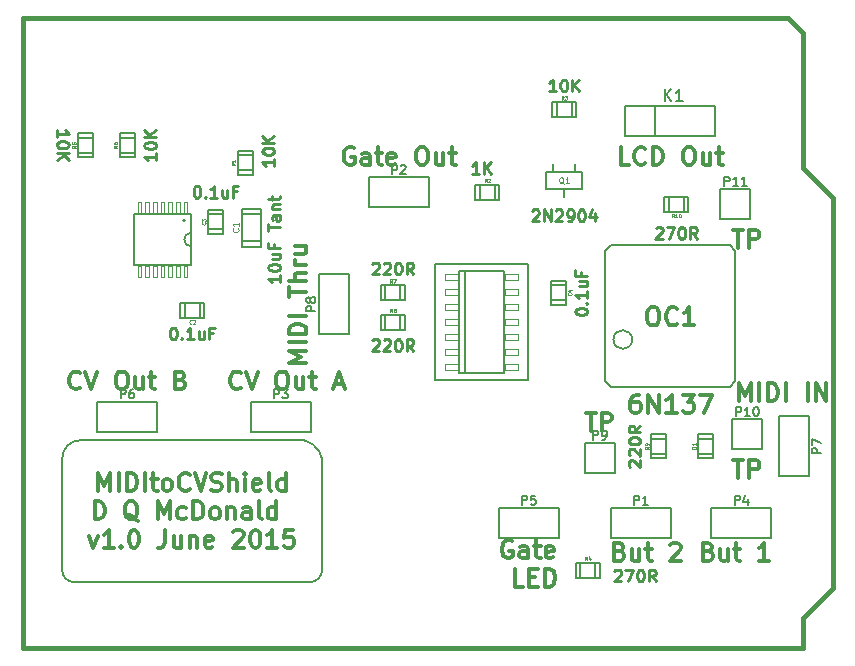
<source format=gto>
%FSLAX34Y34*%
G04 Gerber Fmt 3.4, Leading zero omitted, Abs format*
G04 (created by PCBNEW (2014-02-26 BZR 4721)-product) date Wednesday, 03 June 2015 14:52:33*
%MOIN*%
G01*
G70*
G90*
G04 APERTURE LIST*
%ADD10C,0.005906*%
%ADD11C,0.007874*%
%ADD12C,0.011811*%
%ADD13C,0.009843*%
%ADD14C,0.005000*%
%ADD15C,0.006000*%
%ADD16C,0.015000*%
%ADD17C,0.002600*%
%ADD18C,0.007800*%
%ADD19C,0.008000*%
%ADD20C,0.004700*%
%ADD21C,0.002400*%
%ADD22C,0.012000*%
%ADD23C,0.003900*%
G04 APERTURE END LIST*
G54D10*
G54D11*
X32283Y-47244D02*
X32283Y-43503D01*
X40551Y-47637D02*
X32677Y-47637D01*
X40944Y-43897D02*
X40944Y-47244D01*
X32874Y-42913D02*
X40354Y-42913D01*
X32283Y-47244D02*
G75*
G03X32677Y-47637I393J0D01*
G74*
G01*
X40551Y-47637D02*
G75*
G03X40944Y-47244I0J393D01*
G74*
G01*
X40944Y-43897D02*
G75*
G03X40354Y-42913I-787J196D01*
G74*
G01*
X32874Y-42913D02*
G75*
G03X32283Y-43503I0J-590D01*
G74*
G01*
G54D12*
X33492Y-44597D02*
X33492Y-44007D01*
X33689Y-44429D01*
X33886Y-44007D01*
X33886Y-44597D01*
X34167Y-44597D02*
X34167Y-44007D01*
X34448Y-44597D02*
X34448Y-44007D01*
X34589Y-44007D01*
X34673Y-44035D01*
X34730Y-44091D01*
X34758Y-44147D01*
X34786Y-44260D01*
X34786Y-44344D01*
X34758Y-44457D01*
X34730Y-44513D01*
X34673Y-44569D01*
X34589Y-44597D01*
X34448Y-44597D01*
X35039Y-44597D02*
X35039Y-44007D01*
X35236Y-44204D02*
X35461Y-44204D01*
X35320Y-44007D02*
X35320Y-44513D01*
X35348Y-44569D01*
X35404Y-44597D01*
X35461Y-44597D01*
X35742Y-44597D02*
X35686Y-44569D01*
X35658Y-44541D01*
X35629Y-44485D01*
X35629Y-44316D01*
X35658Y-44260D01*
X35686Y-44232D01*
X35742Y-44204D01*
X35826Y-44204D01*
X35883Y-44232D01*
X35911Y-44260D01*
X35939Y-44316D01*
X35939Y-44485D01*
X35911Y-44541D01*
X35883Y-44569D01*
X35826Y-44597D01*
X35742Y-44597D01*
X36529Y-44541D02*
X36501Y-44569D01*
X36417Y-44597D01*
X36361Y-44597D01*
X36276Y-44569D01*
X36220Y-44513D01*
X36192Y-44457D01*
X36164Y-44344D01*
X36164Y-44260D01*
X36192Y-44147D01*
X36220Y-44091D01*
X36276Y-44035D01*
X36361Y-44007D01*
X36417Y-44007D01*
X36501Y-44035D01*
X36529Y-44063D01*
X36698Y-44007D02*
X36895Y-44597D01*
X37092Y-44007D01*
X37260Y-44569D02*
X37345Y-44597D01*
X37485Y-44597D01*
X37542Y-44569D01*
X37570Y-44541D01*
X37598Y-44485D01*
X37598Y-44429D01*
X37570Y-44372D01*
X37542Y-44344D01*
X37485Y-44316D01*
X37373Y-44288D01*
X37317Y-44260D01*
X37289Y-44232D01*
X37260Y-44176D01*
X37260Y-44119D01*
X37289Y-44063D01*
X37317Y-44035D01*
X37373Y-44007D01*
X37514Y-44007D01*
X37598Y-44035D01*
X37851Y-44597D02*
X37851Y-44007D01*
X38104Y-44597D02*
X38104Y-44288D01*
X38076Y-44232D01*
X38020Y-44204D01*
X37935Y-44204D01*
X37879Y-44232D01*
X37851Y-44260D01*
X38385Y-44597D02*
X38385Y-44204D01*
X38385Y-44007D02*
X38357Y-44035D01*
X38385Y-44063D01*
X38413Y-44035D01*
X38385Y-44007D01*
X38385Y-44063D01*
X38892Y-44569D02*
X38835Y-44597D01*
X38723Y-44597D01*
X38667Y-44569D01*
X38638Y-44513D01*
X38638Y-44288D01*
X38667Y-44232D01*
X38723Y-44204D01*
X38835Y-44204D01*
X38892Y-44232D01*
X38920Y-44288D01*
X38920Y-44344D01*
X38638Y-44401D01*
X39257Y-44597D02*
X39201Y-44569D01*
X39173Y-44513D01*
X39173Y-44007D01*
X39735Y-44597D02*
X39735Y-44007D01*
X39735Y-44569D02*
X39679Y-44597D01*
X39566Y-44597D01*
X39510Y-44569D01*
X39482Y-44541D01*
X39454Y-44485D01*
X39454Y-44316D01*
X39482Y-44260D01*
X39510Y-44232D01*
X39566Y-44204D01*
X39679Y-44204D01*
X39735Y-44232D01*
X33366Y-45542D02*
X33366Y-44952D01*
X33506Y-44952D01*
X33591Y-44980D01*
X33647Y-45036D01*
X33675Y-45092D01*
X33703Y-45205D01*
X33703Y-45289D01*
X33675Y-45402D01*
X33647Y-45458D01*
X33591Y-45514D01*
X33506Y-45542D01*
X33366Y-45542D01*
X34800Y-45598D02*
X34744Y-45570D01*
X34687Y-45514D01*
X34603Y-45430D01*
X34547Y-45402D01*
X34491Y-45402D01*
X34519Y-45542D02*
X34462Y-45514D01*
X34406Y-45458D01*
X34378Y-45345D01*
X34378Y-45149D01*
X34406Y-45036D01*
X34462Y-44980D01*
X34519Y-44952D01*
X34631Y-44952D01*
X34687Y-44980D01*
X34744Y-45036D01*
X34772Y-45149D01*
X34772Y-45345D01*
X34744Y-45458D01*
X34687Y-45514D01*
X34631Y-45542D01*
X34519Y-45542D01*
X35475Y-45542D02*
X35475Y-44952D01*
X35672Y-45374D01*
X35868Y-44952D01*
X35868Y-45542D01*
X36403Y-45514D02*
X36347Y-45542D01*
X36234Y-45542D01*
X36178Y-45514D01*
X36150Y-45486D01*
X36122Y-45430D01*
X36122Y-45261D01*
X36150Y-45205D01*
X36178Y-45177D01*
X36234Y-45149D01*
X36347Y-45149D01*
X36403Y-45177D01*
X36656Y-45542D02*
X36656Y-44952D01*
X36796Y-44952D01*
X36881Y-44980D01*
X36937Y-45036D01*
X36965Y-45092D01*
X36993Y-45205D01*
X36993Y-45289D01*
X36965Y-45402D01*
X36937Y-45458D01*
X36881Y-45514D01*
X36796Y-45542D01*
X36656Y-45542D01*
X37331Y-45542D02*
X37275Y-45514D01*
X37246Y-45486D01*
X37218Y-45430D01*
X37218Y-45261D01*
X37246Y-45205D01*
X37275Y-45177D01*
X37331Y-45149D01*
X37415Y-45149D01*
X37471Y-45177D01*
X37500Y-45205D01*
X37528Y-45261D01*
X37528Y-45430D01*
X37500Y-45486D01*
X37471Y-45514D01*
X37415Y-45542D01*
X37331Y-45542D01*
X37781Y-45149D02*
X37781Y-45542D01*
X37781Y-45205D02*
X37809Y-45177D01*
X37865Y-45149D01*
X37949Y-45149D01*
X38006Y-45177D01*
X38034Y-45233D01*
X38034Y-45542D01*
X38568Y-45542D02*
X38568Y-45233D01*
X38540Y-45177D01*
X38484Y-45149D01*
X38371Y-45149D01*
X38315Y-45177D01*
X38568Y-45514D02*
X38512Y-45542D01*
X38371Y-45542D01*
X38315Y-45514D01*
X38287Y-45458D01*
X38287Y-45402D01*
X38315Y-45345D01*
X38371Y-45317D01*
X38512Y-45317D01*
X38568Y-45289D01*
X38934Y-45542D02*
X38877Y-45514D01*
X38849Y-45458D01*
X38849Y-44952D01*
X39412Y-45542D02*
X39412Y-44952D01*
X39412Y-45514D02*
X39356Y-45542D01*
X39243Y-45542D01*
X39187Y-45514D01*
X39159Y-45486D01*
X39131Y-45430D01*
X39131Y-45261D01*
X39159Y-45205D01*
X39187Y-45177D01*
X39243Y-45149D01*
X39356Y-45149D01*
X39412Y-45177D01*
X33183Y-46093D02*
X33323Y-46487D01*
X33464Y-46093D01*
X33998Y-46487D02*
X33661Y-46487D01*
X33830Y-46487D02*
X33830Y-45897D01*
X33773Y-45981D01*
X33717Y-46037D01*
X33661Y-46065D01*
X34251Y-46431D02*
X34280Y-46459D01*
X34251Y-46487D01*
X34223Y-46459D01*
X34251Y-46431D01*
X34251Y-46487D01*
X34645Y-45897D02*
X34701Y-45897D01*
X34758Y-45925D01*
X34786Y-45953D01*
X34814Y-46009D01*
X34842Y-46122D01*
X34842Y-46262D01*
X34814Y-46375D01*
X34786Y-46431D01*
X34758Y-46459D01*
X34701Y-46487D01*
X34645Y-46487D01*
X34589Y-46459D01*
X34561Y-46431D01*
X34533Y-46375D01*
X34505Y-46262D01*
X34505Y-46122D01*
X34533Y-46009D01*
X34561Y-45953D01*
X34589Y-45925D01*
X34645Y-45897D01*
X35714Y-45897D02*
X35714Y-46318D01*
X35686Y-46403D01*
X35629Y-46459D01*
X35545Y-46487D01*
X35489Y-46487D01*
X36248Y-46093D02*
X36248Y-46487D01*
X35995Y-46093D02*
X35995Y-46403D01*
X36023Y-46459D01*
X36079Y-46487D01*
X36164Y-46487D01*
X36220Y-46459D01*
X36248Y-46431D01*
X36529Y-46093D02*
X36529Y-46487D01*
X36529Y-46150D02*
X36557Y-46122D01*
X36614Y-46093D01*
X36698Y-46093D01*
X36754Y-46122D01*
X36782Y-46178D01*
X36782Y-46487D01*
X37289Y-46459D02*
X37232Y-46487D01*
X37120Y-46487D01*
X37064Y-46459D01*
X37035Y-46403D01*
X37035Y-46178D01*
X37064Y-46122D01*
X37120Y-46093D01*
X37232Y-46093D01*
X37289Y-46122D01*
X37317Y-46178D01*
X37317Y-46234D01*
X37035Y-46290D01*
X37992Y-45953D02*
X38020Y-45925D01*
X38076Y-45897D01*
X38217Y-45897D01*
X38273Y-45925D01*
X38301Y-45953D01*
X38329Y-46009D01*
X38329Y-46065D01*
X38301Y-46150D01*
X37964Y-46487D01*
X38329Y-46487D01*
X38695Y-45897D02*
X38751Y-45897D01*
X38807Y-45925D01*
X38835Y-45953D01*
X38863Y-46009D01*
X38892Y-46122D01*
X38892Y-46262D01*
X38863Y-46375D01*
X38835Y-46431D01*
X38807Y-46459D01*
X38751Y-46487D01*
X38695Y-46487D01*
X38638Y-46459D01*
X38610Y-46431D01*
X38582Y-46375D01*
X38554Y-46262D01*
X38554Y-46122D01*
X38582Y-46009D01*
X38610Y-45953D01*
X38638Y-45925D01*
X38695Y-45897D01*
X39454Y-46487D02*
X39116Y-46487D01*
X39285Y-46487D02*
X39285Y-45897D01*
X39229Y-45981D01*
X39173Y-46037D01*
X39116Y-46065D01*
X39988Y-45897D02*
X39707Y-45897D01*
X39679Y-46178D01*
X39707Y-46150D01*
X39763Y-46122D01*
X39904Y-46122D01*
X39960Y-46150D01*
X39988Y-46178D01*
X40016Y-46234D01*
X40016Y-46375D01*
X39988Y-46431D01*
X39960Y-46459D01*
X39904Y-46487D01*
X39763Y-46487D01*
X39707Y-46459D01*
X39679Y-46431D01*
G54D13*
X35967Y-39154D02*
X36004Y-39154D01*
X36042Y-39173D01*
X36061Y-39191D01*
X36079Y-39229D01*
X36098Y-39304D01*
X36098Y-39398D01*
X36079Y-39473D01*
X36061Y-39510D01*
X36042Y-39529D01*
X36004Y-39548D01*
X35967Y-39548D01*
X35929Y-39529D01*
X35911Y-39510D01*
X35892Y-39473D01*
X35873Y-39398D01*
X35873Y-39304D01*
X35892Y-39229D01*
X35911Y-39191D01*
X35929Y-39173D01*
X35967Y-39154D01*
X36267Y-39510D02*
X36286Y-39529D01*
X36267Y-39548D01*
X36248Y-39529D01*
X36267Y-39510D01*
X36267Y-39548D01*
X36661Y-39548D02*
X36436Y-39548D01*
X36548Y-39548D02*
X36548Y-39154D01*
X36511Y-39210D01*
X36473Y-39248D01*
X36436Y-39266D01*
X36998Y-39285D02*
X36998Y-39548D01*
X36829Y-39285D02*
X36829Y-39491D01*
X36848Y-39529D01*
X36886Y-39548D01*
X36942Y-39548D01*
X36979Y-39529D01*
X36998Y-39510D01*
X37317Y-39341D02*
X37185Y-39341D01*
X37185Y-39548D02*
X37185Y-39154D01*
X37373Y-39154D01*
X50693Y-47262D02*
X50712Y-47244D01*
X50749Y-47225D01*
X50843Y-47225D01*
X50881Y-47244D01*
X50899Y-47262D01*
X50918Y-47300D01*
X50918Y-47337D01*
X50899Y-47394D01*
X50674Y-47619D01*
X50918Y-47619D01*
X51049Y-47225D02*
X51312Y-47225D01*
X51143Y-47619D01*
X51537Y-47225D02*
X51574Y-47225D01*
X51612Y-47244D01*
X51631Y-47262D01*
X51649Y-47300D01*
X51668Y-47375D01*
X51668Y-47469D01*
X51649Y-47544D01*
X51631Y-47581D01*
X51612Y-47600D01*
X51574Y-47619D01*
X51537Y-47619D01*
X51499Y-47600D01*
X51481Y-47581D01*
X51462Y-47544D01*
X51443Y-47469D01*
X51443Y-47375D01*
X51462Y-47300D01*
X51481Y-47262D01*
X51499Y-47244D01*
X51537Y-47225D01*
X52062Y-47619D02*
X51931Y-47431D01*
X51837Y-47619D02*
X51837Y-47225D01*
X51987Y-47225D01*
X52024Y-47244D01*
X52043Y-47262D01*
X52062Y-47300D01*
X52062Y-47356D01*
X52043Y-47394D01*
X52024Y-47412D01*
X51987Y-47431D01*
X51837Y-47431D01*
X51199Y-43794D02*
X51181Y-43775D01*
X51162Y-43738D01*
X51162Y-43644D01*
X51181Y-43607D01*
X51199Y-43588D01*
X51237Y-43569D01*
X51274Y-43569D01*
X51331Y-43588D01*
X51556Y-43813D01*
X51556Y-43569D01*
X51199Y-43419D02*
X51181Y-43400D01*
X51162Y-43363D01*
X51162Y-43269D01*
X51181Y-43232D01*
X51199Y-43213D01*
X51237Y-43194D01*
X51274Y-43194D01*
X51331Y-43213D01*
X51556Y-43438D01*
X51556Y-43194D01*
X51162Y-42950D02*
X51162Y-42913D01*
X51181Y-42875D01*
X51199Y-42857D01*
X51237Y-42838D01*
X51312Y-42819D01*
X51406Y-42819D01*
X51481Y-42838D01*
X51518Y-42857D01*
X51537Y-42875D01*
X51556Y-42913D01*
X51556Y-42950D01*
X51537Y-42988D01*
X51518Y-43007D01*
X51481Y-43025D01*
X51406Y-43044D01*
X51312Y-43044D01*
X51237Y-43025D01*
X51199Y-43007D01*
X51181Y-42988D01*
X51162Y-42950D01*
X51556Y-42425D02*
X51368Y-42557D01*
X51556Y-42650D02*
X51162Y-42650D01*
X51162Y-42500D01*
X51181Y-42463D01*
X51199Y-42444D01*
X51237Y-42425D01*
X51293Y-42425D01*
X51331Y-42444D01*
X51349Y-42463D01*
X51368Y-42500D01*
X51368Y-42650D01*
X47947Y-35254D02*
X47965Y-35236D01*
X48003Y-35217D01*
X48097Y-35217D01*
X48134Y-35236D01*
X48153Y-35254D01*
X48172Y-35292D01*
X48172Y-35329D01*
X48153Y-35386D01*
X47928Y-35611D01*
X48172Y-35611D01*
X48340Y-35611D02*
X48340Y-35217D01*
X48565Y-35611D01*
X48565Y-35217D01*
X48734Y-35254D02*
X48753Y-35236D01*
X48790Y-35217D01*
X48884Y-35217D01*
X48922Y-35236D01*
X48940Y-35254D01*
X48959Y-35292D01*
X48959Y-35329D01*
X48940Y-35386D01*
X48715Y-35611D01*
X48959Y-35611D01*
X49146Y-35611D02*
X49221Y-35611D01*
X49259Y-35592D01*
X49278Y-35573D01*
X49315Y-35517D01*
X49334Y-35442D01*
X49334Y-35292D01*
X49315Y-35254D01*
X49296Y-35236D01*
X49259Y-35217D01*
X49184Y-35217D01*
X49146Y-35236D01*
X49128Y-35254D01*
X49109Y-35292D01*
X49109Y-35386D01*
X49128Y-35423D01*
X49146Y-35442D01*
X49184Y-35461D01*
X49259Y-35461D01*
X49296Y-35442D01*
X49315Y-35423D01*
X49334Y-35386D01*
X49578Y-35217D02*
X49615Y-35217D01*
X49653Y-35236D01*
X49671Y-35254D01*
X49690Y-35292D01*
X49709Y-35367D01*
X49709Y-35461D01*
X49690Y-35536D01*
X49671Y-35573D01*
X49653Y-35592D01*
X49615Y-35611D01*
X49578Y-35611D01*
X49540Y-35592D01*
X49521Y-35573D01*
X49503Y-35536D01*
X49484Y-35461D01*
X49484Y-35367D01*
X49503Y-35292D01*
X49521Y-35254D01*
X49540Y-35236D01*
X49578Y-35217D01*
X50046Y-35348D02*
X50046Y-35611D01*
X49953Y-35198D02*
X49859Y-35479D01*
X50103Y-35479D01*
X52071Y-35845D02*
X52090Y-35826D01*
X52127Y-35808D01*
X52221Y-35808D01*
X52259Y-35826D01*
X52277Y-35845D01*
X52296Y-35883D01*
X52296Y-35920D01*
X52277Y-35976D01*
X52052Y-36201D01*
X52296Y-36201D01*
X52427Y-35808D02*
X52690Y-35808D01*
X52521Y-36201D01*
X52915Y-35808D02*
X52952Y-35808D01*
X52990Y-35826D01*
X53008Y-35845D01*
X53027Y-35883D01*
X53046Y-35958D01*
X53046Y-36051D01*
X53027Y-36126D01*
X53008Y-36164D01*
X52990Y-36182D01*
X52952Y-36201D01*
X52915Y-36201D01*
X52877Y-36182D01*
X52859Y-36164D01*
X52840Y-36126D01*
X52821Y-36051D01*
X52821Y-35958D01*
X52840Y-35883D01*
X52859Y-35845D01*
X52877Y-35826D01*
X52915Y-35808D01*
X53440Y-36201D02*
X53308Y-36014D01*
X53215Y-36201D02*
X53215Y-35808D01*
X53365Y-35808D01*
X53402Y-35826D01*
X53421Y-35845D01*
X53440Y-35883D01*
X53440Y-35939D01*
X53421Y-35976D01*
X53402Y-35995D01*
X53365Y-36014D01*
X53215Y-36014D01*
X49390Y-38638D02*
X49390Y-38601D01*
X49409Y-38563D01*
X49428Y-38545D01*
X49465Y-38526D01*
X49540Y-38507D01*
X49634Y-38507D01*
X49709Y-38526D01*
X49746Y-38545D01*
X49765Y-38563D01*
X49784Y-38601D01*
X49784Y-38638D01*
X49765Y-38676D01*
X49746Y-38695D01*
X49709Y-38713D01*
X49634Y-38732D01*
X49540Y-38732D01*
X49465Y-38713D01*
X49428Y-38695D01*
X49409Y-38676D01*
X49390Y-38638D01*
X49746Y-38338D02*
X49765Y-38320D01*
X49784Y-38338D01*
X49765Y-38357D01*
X49746Y-38338D01*
X49784Y-38338D01*
X49784Y-37945D02*
X49784Y-38170D01*
X49784Y-38057D02*
X49390Y-38057D01*
X49446Y-38095D01*
X49484Y-38132D01*
X49503Y-38170D01*
X49521Y-37607D02*
X49784Y-37607D01*
X49521Y-37776D02*
X49728Y-37776D01*
X49765Y-37757D01*
X49784Y-37720D01*
X49784Y-37664D01*
X49765Y-37626D01*
X49746Y-37607D01*
X49578Y-37289D02*
X49578Y-37420D01*
X49784Y-37420D02*
X49390Y-37420D01*
X49390Y-37232D01*
X42622Y-39585D02*
X42641Y-39566D01*
X42679Y-39548D01*
X42772Y-39548D01*
X42810Y-39566D01*
X42829Y-39585D01*
X42847Y-39623D01*
X42847Y-39660D01*
X42829Y-39716D01*
X42604Y-39941D01*
X42847Y-39941D01*
X42997Y-39585D02*
X43016Y-39566D01*
X43053Y-39548D01*
X43147Y-39548D01*
X43185Y-39566D01*
X43203Y-39585D01*
X43222Y-39623D01*
X43222Y-39660D01*
X43203Y-39716D01*
X42979Y-39941D01*
X43222Y-39941D01*
X43466Y-39548D02*
X43503Y-39548D01*
X43541Y-39566D01*
X43560Y-39585D01*
X43578Y-39623D01*
X43597Y-39698D01*
X43597Y-39791D01*
X43578Y-39866D01*
X43560Y-39904D01*
X43541Y-39923D01*
X43503Y-39941D01*
X43466Y-39941D01*
X43428Y-39923D01*
X43410Y-39904D01*
X43391Y-39866D01*
X43372Y-39791D01*
X43372Y-39698D01*
X43391Y-39623D01*
X43410Y-39585D01*
X43428Y-39566D01*
X43466Y-39548D01*
X43991Y-39941D02*
X43860Y-39754D01*
X43766Y-39941D02*
X43766Y-39548D01*
X43916Y-39548D01*
X43953Y-39566D01*
X43972Y-39585D01*
X43991Y-39623D01*
X43991Y-39679D01*
X43972Y-39716D01*
X43953Y-39735D01*
X43916Y-39754D01*
X43766Y-39754D01*
X42622Y-37026D02*
X42641Y-37007D01*
X42679Y-36989D01*
X42772Y-36989D01*
X42810Y-37007D01*
X42829Y-37026D01*
X42847Y-37064D01*
X42847Y-37101D01*
X42829Y-37157D01*
X42604Y-37382D01*
X42847Y-37382D01*
X42997Y-37026D02*
X43016Y-37007D01*
X43053Y-36989D01*
X43147Y-36989D01*
X43185Y-37007D01*
X43203Y-37026D01*
X43222Y-37064D01*
X43222Y-37101D01*
X43203Y-37157D01*
X42979Y-37382D01*
X43222Y-37382D01*
X43466Y-36989D02*
X43503Y-36989D01*
X43541Y-37007D01*
X43560Y-37026D01*
X43578Y-37064D01*
X43597Y-37139D01*
X43597Y-37232D01*
X43578Y-37307D01*
X43560Y-37345D01*
X43541Y-37364D01*
X43503Y-37382D01*
X43466Y-37382D01*
X43428Y-37364D01*
X43410Y-37345D01*
X43391Y-37307D01*
X43372Y-37232D01*
X43372Y-37139D01*
X43391Y-37064D01*
X43410Y-37026D01*
X43428Y-37007D01*
X43466Y-36989D01*
X43991Y-37382D02*
X43860Y-37195D01*
X43766Y-37382D02*
X43766Y-36989D01*
X43916Y-36989D01*
X43953Y-37007D01*
X43972Y-37026D01*
X43991Y-37064D01*
X43991Y-37120D01*
X43972Y-37157D01*
X43953Y-37176D01*
X43916Y-37195D01*
X43766Y-37195D01*
X32105Y-32799D02*
X32105Y-32574D01*
X32105Y-32686D02*
X32499Y-32686D01*
X32442Y-32649D01*
X32405Y-32611D01*
X32386Y-32574D01*
X32499Y-33042D02*
X32499Y-33080D01*
X32480Y-33117D01*
X32461Y-33136D01*
X32424Y-33155D01*
X32349Y-33173D01*
X32255Y-33173D01*
X32180Y-33155D01*
X32142Y-33136D01*
X32124Y-33117D01*
X32105Y-33080D01*
X32105Y-33042D01*
X32124Y-33005D01*
X32142Y-32986D01*
X32180Y-32967D01*
X32255Y-32949D01*
X32349Y-32949D01*
X32424Y-32967D01*
X32461Y-32986D01*
X32480Y-33005D01*
X32499Y-33042D01*
X32105Y-33342D02*
X32499Y-33342D01*
X32105Y-33567D02*
X32330Y-33398D01*
X32499Y-33567D02*
X32274Y-33342D01*
X35414Y-33342D02*
X35414Y-33567D01*
X35414Y-33455D02*
X35020Y-33455D01*
X35076Y-33492D01*
X35114Y-33530D01*
X35133Y-33567D01*
X35020Y-33098D02*
X35020Y-33061D01*
X35039Y-33023D01*
X35058Y-33005D01*
X35095Y-32986D01*
X35170Y-32967D01*
X35264Y-32967D01*
X35339Y-32986D01*
X35376Y-33005D01*
X35395Y-33023D01*
X35414Y-33061D01*
X35414Y-33098D01*
X35395Y-33136D01*
X35376Y-33155D01*
X35339Y-33173D01*
X35264Y-33192D01*
X35170Y-33192D01*
X35095Y-33173D01*
X35058Y-33155D01*
X35039Y-33136D01*
X35020Y-33098D01*
X35414Y-32799D02*
X35020Y-32799D01*
X35414Y-32574D02*
X35189Y-32742D01*
X35020Y-32574D02*
X35245Y-32799D01*
X36754Y-34430D02*
X36792Y-34430D01*
X36829Y-34448D01*
X36848Y-34467D01*
X36867Y-34505D01*
X36886Y-34580D01*
X36886Y-34673D01*
X36867Y-34748D01*
X36848Y-34786D01*
X36829Y-34805D01*
X36792Y-34823D01*
X36754Y-34823D01*
X36717Y-34805D01*
X36698Y-34786D01*
X36679Y-34748D01*
X36661Y-34673D01*
X36661Y-34580D01*
X36679Y-34505D01*
X36698Y-34467D01*
X36717Y-34448D01*
X36754Y-34430D01*
X37054Y-34786D02*
X37073Y-34805D01*
X37054Y-34823D01*
X37035Y-34805D01*
X37054Y-34786D01*
X37054Y-34823D01*
X37448Y-34823D02*
X37223Y-34823D01*
X37335Y-34823D02*
X37335Y-34430D01*
X37298Y-34486D01*
X37260Y-34523D01*
X37223Y-34542D01*
X37785Y-34561D02*
X37785Y-34823D01*
X37617Y-34561D02*
X37617Y-34767D01*
X37635Y-34805D01*
X37673Y-34823D01*
X37729Y-34823D01*
X37767Y-34805D01*
X37785Y-34786D01*
X38104Y-34617D02*
X37973Y-34617D01*
X37973Y-34823D02*
X37973Y-34430D01*
X38160Y-34430D01*
X39548Y-37410D02*
X39548Y-37635D01*
X39548Y-37523D02*
X39154Y-37523D01*
X39210Y-37560D01*
X39248Y-37598D01*
X39266Y-37635D01*
X39154Y-37167D02*
X39154Y-37129D01*
X39173Y-37092D01*
X39191Y-37073D01*
X39229Y-37054D01*
X39304Y-37035D01*
X39398Y-37035D01*
X39473Y-37054D01*
X39510Y-37073D01*
X39529Y-37092D01*
X39548Y-37129D01*
X39548Y-37167D01*
X39529Y-37204D01*
X39510Y-37223D01*
X39473Y-37242D01*
X39398Y-37260D01*
X39304Y-37260D01*
X39229Y-37242D01*
X39191Y-37223D01*
X39173Y-37204D01*
X39154Y-37167D01*
X39285Y-36698D02*
X39548Y-36698D01*
X39285Y-36867D02*
X39491Y-36867D01*
X39529Y-36848D01*
X39548Y-36811D01*
X39548Y-36754D01*
X39529Y-36717D01*
X39510Y-36698D01*
X39341Y-36379D02*
X39341Y-36511D01*
X39548Y-36511D02*
X39154Y-36511D01*
X39154Y-36323D01*
X39154Y-35929D02*
X39154Y-35704D01*
X39548Y-35817D02*
X39154Y-35817D01*
X39548Y-35404D02*
X39341Y-35404D01*
X39304Y-35423D01*
X39285Y-35461D01*
X39285Y-35536D01*
X39304Y-35573D01*
X39529Y-35404D02*
X39548Y-35442D01*
X39548Y-35536D01*
X39529Y-35573D01*
X39491Y-35592D01*
X39454Y-35592D01*
X39416Y-35573D01*
X39398Y-35536D01*
X39398Y-35442D01*
X39379Y-35404D01*
X39285Y-35217D02*
X39548Y-35217D01*
X39323Y-35217D02*
X39304Y-35198D01*
X39285Y-35161D01*
X39285Y-35104D01*
X39304Y-35067D01*
X39341Y-35048D01*
X39548Y-35048D01*
X39285Y-34917D02*
X39285Y-34767D01*
X39154Y-34861D02*
X39491Y-34861D01*
X39529Y-34842D01*
X39548Y-34805D01*
X39548Y-34767D01*
X39351Y-33539D02*
X39351Y-33764D01*
X39351Y-33652D02*
X38957Y-33652D01*
X39013Y-33689D01*
X39051Y-33727D01*
X39070Y-33764D01*
X38957Y-33295D02*
X38957Y-33258D01*
X38976Y-33220D01*
X38995Y-33202D01*
X39032Y-33183D01*
X39107Y-33164D01*
X39201Y-33164D01*
X39276Y-33183D01*
X39313Y-33202D01*
X39332Y-33220D01*
X39351Y-33258D01*
X39351Y-33295D01*
X39332Y-33333D01*
X39313Y-33352D01*
X39276Y-33370D01*
X39201Y-33389D01*
X39107Y-33389D01*
X39032Y-33370D01*
X38995Y-33352D01*
X38976Y-33333D01*
X38957Y-33295D01*
X39351Y-32995D02*
X38957Y-32995D01*
X39351Y-32770D02*
X39126Y-32939D01*
X38957Y-32770D02*
X39182Y-32995D01*
X46175Y-34036D02*
X45950Y-34036D01*
X46062Y-34036D02*
X46062Y-33642D01*
X46025Y-33698D01*
X45988Y-33736D01*
X45950Y-33755D01*
X46344Y-34036D02*
X46344Y-33642D01*
X46569Y-34036D02*
X46400Y-33811D01*
X46569Y-33642D02*
X46344Y-33867D01*
X48743Y-31280D02*
X48518Y-31280D01*
X48631Y-31280D02*
X48631Y-30886D01*
X48593Y-30943D01*
X48556Y-30980D01*
X48518Y-30999D01*
X48987Y-30886D02*
X49025Y-30886D01*
X49062Y-30905D01*
X49081Y-30924D01*
X49100Y-30961D01*
X49118Y-31036D01*
X49118Y-31130D01*
X49100Y-31205D01*
X49081Y-31242D01*
X49062Y-31261D01*
X49025Y-31280D01*
X48987Y-31280D01*
X48950Y-31261D01*
X48931Y-31242D01*
X48912Y-31205D01*
X48893Y-31130D01*
X48893Y-31036D01*
X48912Y-30961D01*
X48931Y-30924D01*
X48950Y-30905D01*
X48987Y-30886D01*
X49287Y-31280D02*
X49287Y-30886D01*
X49512Y-31280D02*
X49343Y-31055D01*
X49512Y-30886D02*
X49287Y-31111D01*
G54D12*
X47272Y-46279D02*
X47215Y-46251D01*
X47131Y-46251D01*
X47047Y-46279D01*
X46991Y-46335D01*
X46962Y-46392D01*
X46934Y-46504D01*
X46934Y-46588D01*
X46962Y-46701D01*
X46991Y-46757D01*
X47047Y-46813D01*
X47131Y-46841D01*
X47187Y-46841D01*
X47272Y-46813D01*
X47300Y-46785D01*
X47300Y-46588D01*
X47187Y-46588D01*
X47806Y-46841D02*
X47806Y-46532D01*
X47778Y-46476D01*
X47722Y-46448D01*
X47609Y-46448D01*
X47553Y-46476D01*
X47806Y-46813D02*
X47750Y-46841D01*
X47609Y-46841D01*
X47553Y-46813D01*
X47525Y-46757D01*
X47525Y-46701D01*
X47553Y-46645D01*
X47609Y-46616D01*
X47750Y-46616D01*
X47806Y-46588D01*
X48003Y-46448D02*
X48228Y-46448D01*
X48087Y-46251D02*
X48087Y-46757D01*
X48115Y-46813D01*
X48172Y-46841D01*
X48228Y-46841D01*
X48650Y-46813D02*
X48593Y-46841D01*
X48481Y-46841D01*
X48425Y-46813D01*
X48397Y-46757D01*
X48397Y-46532D01*
X48425Y-46476D01*
X48481Y-46448D01*
X48593Y-46448D01*
X48650Y-46476D01*
X48678Y-46532D01*
X48678Y-46588D01*
X48397Y-46645D01*
X47651Y-47786D02*
X47370Y-47786D01*
X47370Y-47196D01*
X47848Y-47477D02*
X48045Y-47477D01*
X48129Y-47786D02*
X47848Y-47786D01*
X47848Y-47196D01*
X48129Y-47196D01*
X48383Y-47786D02*
X48383Y-47196D01*
X48523Y-47196D01*
X48607Y-47224D01*
X48664Y-47280D01*
X48692Y-47336D01*
X48720Y-47449D01*
X48720Y-47533D01*
X48692Y-47646D01*
X48664Y-47702D01*
X48607Y-47758D01*
X48523Y-47786D01*
X48383Y-47786D01*
X50871Y-46611D02*
X50956Y-46639D01*
X50984Y-46667D01*
X51012Y-46723D01*
X51012Y-46808D01*
X50984Y-46864D01*
X50956Y-46892D01*
X50899Y-46920D01*
X50674Y-46920D01*
X50674Y-46330D01*
X50871Y-46330D01*
X50928Y-46358D01*
X50956Y-46386D01*
X50984Y-46442D01*
X50984Y-46498D01*
X50956Y-46555D01*
X50928Y-46583D01*
X50871Y-46611D01*
X50674Y-46611D01*
X51518Y-46526D02*
X51518Y-46920D01*
X51265Y-46526D02*
X51265Y-46836D01*
X51293Y-46892D01*
X51349Y-46920D01*
X51434Y-46920D01*
X51490Y-46892D01*
X51518Y-46864D01*
X51715Y-46526D02*
X51940Y-46526D01*
X51799Y-46330D02*
X51799Y-46836D01*
X51827Y-46892D01*
X51884Y-46920D01*
X51940Y-46920D01*
X52559Y-46386D02*
X52587Y-46358D01*
X52643Y-46330D01*
X52784Y-46330D01*
X52840Y-46358D01*
X52868Y-46386D01*
X52896Y-46442D01*
X52896Y-46498D01*
X52868Y-46583D01*
X52530Y-46920D01*
X52896Y-46920D01*
X53824Y-46611D02*
X53908Y-46639D01*
X53937Y-46667D01*
X53965Y-46723D01*
X53965Y-46808D01*
X53937Y-46864D01*
X53908Y-46892D01*
X53852Y-46920D01*
X53627Y-46920D01*
X53627Y-46330D01*
X53824Y-46330D01*
X53880Y-46358D01*
X53908Y-46386D01*
X53937Y-46442D01*
X53937Y-46498D01*
X53908Y-46555D01*
X53880Y-46583D01*
X53824Y-46611D01*
X53627Y-46611D01*
X54471Y-46526D02*
X54471Y-46920D01*
X54218Y-46526D02*
X54218Y-46836D01*
X54246Y-46892D01*
X54302Y-46920D01*
X54386Y-46920D01*
X54443Y-46892D01*
X54471Y-46864D01*
X54668Y-46526D02*
X54893Y-46526D01*
X54752Y-46330D02*
X54752Y-46836D01*
X54780Y-46892D01*
X54836Y-46920D01*
X54893Y-46920D01*
X55849Y-46920D02*
X55511Y-46920D01*
X55680Y-46920D02*
X55680Y-46330D01*
X55624Y-46414D01*
X55568Y-46470D01*
X55511Y-46498D01*
X49732Y-41999D02*
X50070Y-41999D01*
X49901Y-42589D02*
X49901Y-41999D01*
X50267Y-42589D02*
X50267Y-41999D01*
X50492Y-41999D01*
X50548Y-42027D01*
X50576Y-42055D01*
X50604Y-42111D01*
X50604Y-42196D01*
X50576Y-42252D01*
X50548Y-42280D01*
X50492Y-42308D01*
X50267Y-42308D01*
X54654Y-43574D02*
X54991Y-43574D01*
X54822Y-44164D02*
X54822Y-43574D01*
X55188Y-44164D02*
X55188Y-43574D01*
X55413Y-43574D01*
X55469Y-43602D01*
X55497Y-43630D01*
X55525Y-43686D01*
X55525Y-43771D01*
X55497Y-43827D01*
X55469Y-43855D01*
X55413Y-43883D01*
X55188Y-43883D01*
X54654Y-35897D02*
X54991Y-35897D01*
X54822Y-36487D02*
X54822Y-35897D01*
X55188Y-36487D02*
X55188Y-35897D01*
X55413Y-35897D01*
X55469Y-35925D01*
X55497Y-35953D01*
X55525Y-36009D01*
X55525Y-36093D01*
X55497Y-36150D01*
X55469Y-36178D01*
X55413Y-36206D01*
X55188Y-36206D01*
X40424Y-40326D02*
X39834Y-40326D01*
X40255Y-40129D01*
X39834Y-39932D01*
X40424Y-39932D01*
X40424Y-39651D02*
X39834Y-39651D01*
X40424Y-39370D02*
X39834Y-39370D01*
X39834Y-39229D01*
X39862Y-39145D01*
X39918Y-39088D01*
X39974Y-39060D01*
X40087Y-39032D01*
X40171Y-39032D01*
X40284Y-39060D01*
X40340Y-39088D01*
X40396Y-39145D01*
X40424Y-39229D01*
X40424Y-39370D01*
X40424Y-38779D02*
X39834Y-38779D01*
X39834Y-38132D02*
X39834Y-37795D01*
X40424Y-37964D02*
X39834Y-37964D01*
X40424Y-37598D02*
X39834Y-37598D01*
X40424Y-37345D02*
X40115Y-37345D01*
X40059Y-37373D01*
X40030Y-37429D01*
X40030Y-37514D01*
X40059Y-37570D01*
X40087Y-37598D01*
X40424Y-37064D02*
X40030Y-37064D01*
X40143Y-37064D02*
X40087Y-37035D01*
X40059Y-37007D01*
X40030Y-36951D01*
X40030Y-36895D01*
X40030Y-36445D02*
X40424Y-36445D01*
X40030Y-36698D02*
X40340Y-36698D01*
X40396Y-36670D01*
X40424Y-36614D01*
X40424Y-36529D01*
X40396Y-36473D01*
X40368Y-36445D01*
X54850Y-41605D02*
X54850Y-41015D01*
X55047Y-41437D01*
X55244Y-41015D01*
X55244Y-41605D01*
X55525Y-41605D02*
X55525Y-41015D01*
X55807Y-41605D02*
X55807Y-41015D01*
X55947Y-41015D01*
X56032Y-41043D01*
X56088Y-41099D01*
X56116Y-41155D01*
X56144Y-41268D01*
X56144Y-41352D01*
X56116Y-41465D01*
X56088Y-41521D01*
X56032Y-41577D01*
X55947Y-41605D01*
X55807Y-41605D01*
X56397Y-41605D02*
X56397Y-41015D01*
X57128Y-41605D02*
X57128Y-41015D01*
X57410Y-41605D02*
X57410Y-41015D01*
X57747Y-41605D01*
X57747Y-41015D01*
X41999Y-33169D02*
X41943Y-33141D01*
X41858Y-33141D01*
X41774Y-33169D01*
X41718Y-33225D01*
X41690Y-33281D01*
X41661Y-33394D01*
X41661Y-33478D01*
X41690Y-33591D01*
X41718Y-33647D01*
X41774Y-33703D01*
X41858Y-33731D01*
X41915Y-33731D01*
X41999Y-33703D01*
X42027Y-33675D01*
X42027Y-33478D01*
X41915Y-33478D01*
X42533Y-33731D02*
X42533Y-33422D01*
X42505Y-33366D01*
X42449Y-33338D01*
X42336Y-33338D01*
X42280Y-33366D01*
X42533Y-33703D02*
X42477Y-33731D01*
X42336Y-33731D01*
X42280Y-33703D01*
X42252Y-33647D01*
X42252Y-33591D01*
X42280Y-33534D01*
X42336Y-33506D01*
X42477Y-33506D01*
X42533Y-33478D01*
X42730Y-33338D02*
X42955Y-33338D01*
X42814Y-33141D02*
X42814Y-33647D01*
X42843Y-33703D01*
X42899Y-33731D01*
X42955Y-33731D01*
X43377Y-33703D02*
X43321Y-33731D01*
X43208Y-33731D01*
X43152Y-33703D01*
X43124Y-33647D01*
X43124Y-33422D01*
X43152Y-33366D01*
X43208Y-33338D01*
X43321Y-33338D01*
X43377Y-33366D01*
X43405Y-33422D01*
X43405Y-33478D01*
X43124Y-33534D01*
X44221Y-33141D02*
X44333Y-33141D01*
X44389Y-33169D01*
X44446Y-33225D01*
X44474Y-33338D01*
X44474Y-33534D01*
X44446Y-33647D01*
X44389Y-33703D01*
X44333Y-33731D01*
X44221Y-33731D01*
X44164Y-33703D01*
X44108Y-33647D01*
X44080Y-33534D01*
X44080Y-33338D01*
X44108Y-33225D01*
X44164Y-33169D01*
X44221Y-33141D01*
X44980Y-33338D02*
X44980Y-33731D01*
X44727Y-33338D02*
X44727Y-33647D01*
X44755Y-33703D01*
X44811Y-33731D01*
X44895Y-33731D01*
X44952Y-33703D01*
X44980Y-33675D01*
X45177Y-33338D02*
X45402Y-33338D01*
X45261Y-33141D02*
X45261Y-33647D01*
X45289Y-33703D01*
X45345Y-33731D01*
X45402Y-33731D01*
X51181Y-33731D02*
X50899Y-33731D01*
X50899Y-33141D01*
X51715Y-33675D02*
X51687Y-33703D01*
X51602Y-33731D01*
X51546Y-33731D01*
X51462Y-33703D01*
X51406Y-33647D01*
X51377Y-33591D01*
X51349Y-33478D01*
X51349Y-33394D01*
X51377Y-33281D01*
X51406Y-33225D01*
X51462Y-33169D01*
X51546Y-33141D01*
X51602Y-33141D01*
X51687Y-33169D01*
X51715Y-33197D01*
X51968Y-33731D02*
X51968Y-33141D01*
X52109Y-33141D01*
X52193Y-33169D01*
X52249Y-33225D01*
X52277Y-33281D01*
X52305Y-33394D01*
X52305Y-33478D01*
X52277Y-33591D01*
X52249Y-33647D01*
X52193Y-33703D01*
X52109Y-33731D01*
X51968Y-33731D01*
X53121Y-33141D02*
X53233Y-33141D01*
X53290Y-33169D01*
X53346Y-33225D01*
X53374Y-33338D01*
X53374Y-33534D01*
X53346Y-33647D01*
X53290Y-33703D01*
X53233Y-33731D01*
X53121Y-33731D01*
X53065Y-33703D01*
X53008Y-33647D01*
X52980Y-33534D01*
X52980Y-33338D01*
X53008Y-33225D01*
X53065Y-33169D01*
X53121Y-33141D01*
X53880Y-33338D02*
X53880Y-33731D01*
X53627Y-33338D02*
X53627Y-33647D01*
X53655Y-33703D01*
X53712Y-33731D01*
X53796Y-33731D01*
X53852Y-33703D01*
X53880Y-33675D01*
X54077Y-33338D02*
X54302Y-33338D01*
X54161Y-33141D02*
X54161Y-33647D01*
X54190Y-33703D01*
X54246Y-33731D01*
X54302Y-33731D01*
X32888Y-41155D02*
X32859Y-41183D01*
X32775Y-41212D01*
X32719Y-41212D01*
X32634Y-41183D01*
X32578Y-41127D01*
X32550Y-41071D01*
X32522Y-40958D01*
X32522Y-40874D01*
X32550Y-40762D01*
X32578Y-40705D01*
X32634Y-40649D01*
X32719Y-40621D01*
X32775Y-40621D01*
X32859Y-40649D01*
X32888Y-40677D01*
X33056Y-40621D02*
X33253Y-41212D01*
X33450Y-40621D01*
X34209Y-40621D02*
X34322Y-40621D01*
X34378Y-40649D01*
X34434Y-40705D01*
X34462Y-40818D01*
X34462Y-41015D01*
X34434Y-41127D01*
X34378Y-41183D01*
X34322Y-41212D01*
X34209Y-41212D01*
X34153Y-41183D01*
X34097Y-41127D01*
X34069Y-41015D01*
X34069Y-40818D01*
X34097Y-40705D01*
X34153Y-40649D01*
X34209Y-40621D01*
X34969Y-40818D02*
X34969Y-41212D01*
X34715Y-40818D02*
X34715Y-41127D01*
X34744Y-41183D01*
X34800Y-41212D01*
X34884Y-41212D01*
X34940Y-41183D01*
X34969Y-41155D01*
X35165Y-40818D02*
X35390Y-40818D01*
X35250Y-40621D02*
X35250Y-41127D01*
X35278Y-41183D01*
X35334Y-41212D01*
X35390Y-41212D01*
X36234Y-40902D02*
X36318Y-40930D01*
X36347Y-40958D01*
X36375Y-41015D01*
X36375Y-41099D01*
X36347Y-41155D01*
X36318Y-41183D01*
X36262Y-41212D01*
X36037Y-41212D01*
X36037Y-40621D01*
X36234Y-40621D01*
X36290Y-40649D01*
X36318Y-40677D01*
X36347Y-40733D01*
X36347Y-40790D01*
X36318Y-40846D01*
X36290Y-40874D01*
X36234Y-40902D01*
X36037Y-40902D01*
X38245Y-41155D02*
X38217Y-41183D01*
X38132Y-41212D01*
X38076Y-41212D01*
X37992Y-41183D01*
X37935Y-41127D01*
X37907Y-41071D01*
X37879Y-40958D01*
X37879Y-40874D01*
X37907Y-40762D01*
X37935Y-40705D01*
X37992Y-40649D01*
X38076Y-40621D01*
X38132Y-40621D01*
X38217Y-40649D01*
X38245Y-40677D01*
X38413Y-40621D02*
X38610Y-41212D01*
X38807Y-40621D01*
X39566Y-40621D02*
X39679Y-40621D01*
X39735Y-40649D01*
X39791Y-40705D01*
X39820Y-40818D01*
X39820Y-41015D01*
X39791Y-41127D01*
X39735Y-41183D01*
X39679Y-41212D01*
X39566Y-41212D01*
X39510Y-41183D01*
X39454Y-41127D01*
X39426Y-41015D01*
X39426Y-40818D01*
X39454Y-40705D01*
X39510Y-40649D01*
X39566Y-40621D01*
X40326Y-40818D02*
X40326Y-41212D01*
X40073Y-40818D02*
X40073Y-41127D01*
X40101Y-41183D01*
X40157Y-41212D01*
X40241Y-41212D01*
X40298Y-41183D01*
X40326Y-41155D01*
X40523Y-40818D02*
X40748Y-40818D01*
X40607Y-40621D02*
X40607Y-41127D01*
X40635Y-41183D01*
X40691Y-41212D01*
X40748Y-41212D01*
X41366Y-41043D02*
X41647Y-41043D01*
X41310Y-41212D02*
X41507Y-40621D01*
X41704Y-41212D01*
G54D14*
X38902Y-35376D02*
X38262Y-35376D01*
X38262Y-36276D02*
X38902Y-36276D01*
X38262Y-36456D02*
X38902Y-36456D01*
X38902Y-36456D02*
X38902Y-35196D01*
X38902Y-35196D02*
X38262Y-35196D01*
X38262Y-35196D02*
X38262Y-36456D01*
X36364Y-38832D02*
X36364Y-38332D01*
X36864Y-38832D02*
X36864Y-38342D01*
X37014Y-38832D02*
X36214Y-38832D01*
X36214Y-38832D02*
X36214Y-38332D01*
X36214Y-38332D02*
X37014Y-38332D01*
X37014Y-38332D02*
X37014Y-38832D01*
X37151Y-35379D02*
X37651Y-35379D01*
X37151Y-35879D02*
X37641Y-35879D01*
X37151Y-36029D02*
X37151Y-35229D01*
X37151Y-35229D02*
X37651Y-35229D01*
X37651Y-35229D02*
X37651Y-36029D01*
X37651Y-36029D02*
X37151Y-36029D01*
X49068Y-38242D02*
X48568Y-38242D01*
X49068Y-37742D02*
X48578Y-37742D01*
X49068Y-37592D02*
X49068Y-38392D01*
X49068Y-38392D02*
X48568Y-38392D01*
X48568Y-38392D02*
X48568Y-37592D01*
X48568Y-37592D02*
X49068Y-37592D01*
X53490Y-42860D02*
X53990Y-42860D01*
X53490Y-43360D02*
X53980Y-43360D01*
X53490Y-43510D02*
X53490Y-42710D01*
X53490Y-42710D02*
X53990Y-42710D01*
X53990Y-42710D02*
X53990Y-43510D01*
X53990Y-43510D02*
X53490Y-43510D01*
G54D15*
X51059Y-32783D02*
X51059Y-31783D01*
X51059Y-31783D02*
X54059Y-31783D01*
X54059Y-31783D02*
X54059Y-32783D01*
X54059Y-32783D02*
X51059Y-32783D01*
X52059Y-31783D02*
X52059Y-32783D01*
G54D10*
X51281Y-39555D02*
G75*
G03X51281Y-39555I-312J0D01*
G74*
G01*
X50590Y-36417D02*
X50393Y-36614D01*
X50393Y-36614D02*
X50393Y-40944D01*
X50393Y-40944D02*
X50590Y-41141D01*
X50590Y-41141D02*
X54527Y-41141D01*
X54527Y-41141D02*
X54724Y-40944D01*
X54724Y-40944D02*
X54724Y-36614D01*
X54724Y-36614D02*
X54527Y-36417D01*
X54527Y-36417D02*
X50590Y-36417D01*
G54D15*
X50574Y-46169D02*
X50574Y-45169D01*
X50574Y-45169D02*
X52574Y-45169D01*
X52574Y-45169D02*
X52574Y-46169D01*
X52574Y-46169D02*
X50574Y-46169D01*
X42503Y-35145D02*
X42503Y-34145D01*
X42503Y-34145D02*
X44503Y-34145D01*
X44503Y-34145D02*
X44503Y-35145D01*
X44503Y-35145D02*
X42503Y-35145D01*
X38566Y-42625D02*
X38566Y-41625D01*
X38566Y-41625D02*
X40566Y-41625D01*
X40566Y-41625D02*
X40566Y-42625D01*
X40566Y-42625D02*
X38566Y-42625D01*
X53921Y-46169D02*
X53921Y-45169D01*
X53921Y-45169D02*
X55921Y-45169D01*
X55921Y-45169D02*
X55921Y-46169D01*
X55921Y-46169D02*
X53921Y-46169D01*
X46834Y-46169D02*
X46834Y-45169D01*
X46834Y-45169D02*
X48834Y-45169D01*
X48834Y-45169D02*
X48834Y-46169D01*
X48834Y-46169D02*
X46834Y-46169D01*
X33448Y-42625D02*
X33448Y-41625D01*
X33448Y-41625D02*
X35448Y-41625D01*
X35448Y-41625D02*
X35448Y-42625D01*
X35448Y-42625D02*
X33448Y-42625D01*
X56192Y-42110D02*
X57192Y-42110D01*
X57192Y-42110D02*
X57192Y-44110D01*
X57192Y-44110D02*
X56192Y-44110D01*
X56192Y-44110D02*
X56192Y-42110D01*
X41838Y-39385D02*
X40838Y-39385D01*
X40838Y-39385D02*
X40838Y-37385D01*
X40838Y-37385D02*
X41838Y-37385D01*
X41838Y-37385D02*
X41838Y-39385D01*
X50696Y-44003D02*
X49696Y-44003D01*
X49696Y-43003D02*
X50696Y-43003D01*
X49696Y-44003D02*
X49696Y-43003D01*
X50696Y-43003D02*
X50696Y-44003D01*
X55618Y-43216D02*
X54618Y-43216D01*
X54618Y-42216D02*
X55618Y-42216D01*
X54618Y-43216D02*
X54618Y-42216D01*
X55618Y-42216D02*
X55618Y-43216D01*
X55224Y-35539D02*
X54224Y-35539D01*
X54224Y-34539D02*
X55224Y-34539D01*
X54224Y-35539D02*
X54224Y-34539D01*
X55224Y-34539D02*
X55224Y-35539D01*
G54D14*
X48640Y-33976D02*
X48640Y-33716D01*
X49390Y-33976D02*
X49390Y-33716D01*
X49015Y-34526D02*
X49015Y-34786D01*
X49605Y-34526D02*
X48425Y-34526D01*
X48425Y-34526D02*
X48425Y-33976D01*
X48425Y-33976D02*
X49605Y-33976D01*
X49605Y-33976D02*
X49605Y-34526D01*
X38135Y-33411D02*
X38635Y-33411D01*
X38135Y-33911D02*
X38625Y-33911D01*
X38135Y-34061D02*
X38135Y-33261D01*
X38135Y-33261D02*
X38635Y-33261D01*
X38635Y-33261D02*
X38635Y-34061D01*
X38635Y-34061D02*
X38135Y-34061D01*
X46706Y-34395D02*
X46706Y-34895D01*
X46206Y-34395D02*
X46206Y-34885D01*
X46056Y-34395D02*
X46856Y-34395D01*
X46856Y-34395D02*
X46856Y-34895D01*
X46856Y-34895D02*
X46056Y-34895D01*
X46056Y-34895D02*
X46056Y-34395D01*
X49265Y-31639D02*
X49265Y-32139D01*
X48765Y-31639D02*
X48765Y-32129D01*
X48615Y-31639D02*
X49415Y-31639D01*
X49415Y-31639D02*
X49415Y-32139D01*
X49415Y-32139D02*
X48615Y-32139D01*
X48615Y-32139D02*
X48615Y-31639D01*
X50053Y-46994D02*
X50053Y-47494D01*
X49553Y-46994D02*
X49553Y-47484D01*
X49403Y-46994D02*
X50203Y-46994D01*
X50203Y-46994D02*
X50203Y-47494D01*
X50203Y-47494D02*
X49403Y-47494D01*
X49403Y-47494D02*
X49403Y-46994D01*
X32820Y-32820D02*
X33320Y-32820D01*
X32820Y-33320D02*
X33310Y-33320D01*
X32820Y-33470D02*
X32820Y-32670D01*
X32820Y-32670D02*
X33320Y-32670D01*
X33320Y-32670D02*
X33320Y-33470D01*
X33320Y-33470D02*
X32820Y-33470D01*
X34198Y-32820D02*
X34698Y-32820D01*
X34198Y-33320D02*
X34688Y-33320D01*
X34198Y-33470D02*
X34198Y-32670D01*
X34198Y-32670D02*
X34698Y-32670D01*
X34698Y-32670D02*
X34698Y-33470D01*
X34698Y-33470D02*
X34198Y-33470D01*
X43557Y-37742D02*
X43557Y-38242D01*
X43057Y-37742D02*
X43057Y-38232D01*
X42907Y-37742D02*
X43707Y-37742D01*
X43707Y-37742D02*
X43707Y-38242D01*
X43707Y-38242D02*
X42907Y-38242D01*
X42907Y-38242D02*
X42907Y-37742D01*
X43557Y-38726D02*
X43557Y-39226D01*
X43057Y-38726D02*
X43057Y-39216D01*
X42907Y-38726D02*
X43707Y-38726D01*
X43707Y-38726D02*
X43707Y-39226D01*
X43707Y-39226D02*
X42907Y-39226D01*
X42907Y-39226D02*
X42907Y-38726D01*
X51915Y-42860D02*
X52415Y-42860D01*
X51915Y-43360D02*
X52405Y-43360D01*
X51915Y-43510D02*
X51915Y-42710D01*
X51915Y-42710D02*
X52415Y-42710D01*
X52415Y-42710D02*
X52415Y-43510D01*
X52415Y-43510D02*
X51915Y-43510D01*
X52505Y-35289D02*
X52505Y-34789D01*
X53005Y-35289D02*
X53005Y-34799D01*
X53155Y-35289D02*
X52355Y-35289D01*
X52355Y-35289D02*
X52355Y-34789D01*
X52355Y-34789D02*
X53155Y-34789D01*
X53155Y-34789D02*
X53155Y-35289D01*
G54D16*
X56964Y-33832D02*
X56964Y-29332D01*
X56964Y-29332D02*
X56464Y-28832D01*
X56464Y-28832D02*
X30964Y-28832D01*
X56964Y-49832D02*
X30964Y-49832D01*
X30964Y-49832D02*
X30964Y-28832D01*
X56964Y-33832D02*
X57964Y-34832D01*
X57964Y-34832D02*
X57964Y-47832D01*
X57964Y-47832D02*
X56964Y-48832D01*
X56964Y-48832D02*
X56964Y-49832D01*
G54D17*
X45039Y-37380D02*
X45039Y-37573D01*
X45039Y-37573D02*
X45472Y-37573D01*
X45472Y-37380D02*
X45472Y-37573D01*
X45039Y-37380D02*
X45472Y-37380D01*
X45039Y-37880D02*
X45039Y-38073D01*
X45039Y-38073D02*
X45472Y-38073D01*
X45472Y-37880D02*
X45472Y-38073D01*
X45039Y-37880D02*
X45472Y-37880D01*
X45039Y-38380D02*
X45039Y-38573D01*
X45039Y-38573D02*
X45472Y-38573D01*
X45472Y-38380D02*
X45472Y-38573D01*
X45039Y-38380D02*
X45472Y-38380D01*
X45039Y-38880D02*
X45039Y-39072D01*
X45039Y-39072D02*
X45472Y-39072D01*
X45472Y-38880D02*
X45472Y-39072D01*
X45039Y-38880D02*
X45472Y-38880D01*
X47046Y-38880D02*
X47046Y-39072D01*
X47046Y-39072D02*
X47479Y-39072D01*
X47479Y-38880D02*
X47479Y-39072D01*
X47046Y-38880D02*
X47479Y-38880D01*
X47046Y-38380D02*
X47046Y-38573D01*
X47046Y-38573D02*
X47479Y-38573D01*
X47479Y-38380D02*
X47479Y-38573D01*
X47046Y-38380D02*
X47479Y-38380D01*
X47046Y-37880D02*
X47046Y-38073D01*
X47046Y-38073D02*
X47479Y-38073D01*
X47479Y-37880D02*
X47479Y-38073D01*
X47046Y-37880D02*
X47479Y-37880D01*
X47046Y-37380D02*
X47046Y-37573D01*
X47046Y-37573D02*
X47479Y-37573D01*
X47479Y-37380D02*
X47479Y-37573D01*
X47046Y-37380D02*
X47479Y-37380D01*
X45039Y-39379D02*
X45039Y-39572D01*
X45039Y-39572D02*
X45472Y-39572D01*
X45472Y-39379D02*
X45472Y-39572D01*
X45039Y-39379D02*
X45472Y-39379D01*
X45039Y-39879D02*
X45039Y-40072D01*
X45039Y-40072D02*
X45472Y-40072D01*
X45472Y-39879D02*
X45472Y-40072D01*
X45039Y-39879D02*
X45472Y-39879D01*
X45039Y-40379D02*
X45039Y-40572D01*
X45039Y-40572D02*
X45472Y-40572D01*
X45472Y-40379D02*
X45472Y-40572D01*
X45039Y-40379D02*
X45472Y-40379D01*
X47046Y-40379D02*
X47046Y-40572D01*
X47046Y-40572D02*
X47479Y-40572D01*
X47479Y-40379D02*
X47479Y-40572D01*
X47046Y-40379D02*
X47479Y-40379D01*
X47046Y-39879D02*
X47046Y-40072D01*
X47046Y-40072D02*
X47479Y-40072D01*
X47479Y-39879D02*
X47479Y-40072D01*
X47046Y-39879D02*
X47479Y-39879D01*
X47046Y-39379D02*
X47046Y-39572D01*
X47046Y-39572D02*
X47479Y-39572D01*
X47479Y-39379D02*
X47479Y-39572D01*
X47046Y-39379D02*
X47479Y-39379D01*
G54D18*
X47794Y-37049D02*
X47794Y-40903D01*
X44724Y-40903D02*
X44724Y-37049D01*
X44724Y-37049D02*
X47794Y-37049D01*
G54D19*
X45511Y-40670D02*
X45511Y-37282D01*
X45511Y-37282D02*
X45708Y-37282D01*
X45708Y-37282D02*
X47007Y-37282D01*
X45708Y-40670D02*
X45708Y-37282D01*
X47007Y-40670D02*
X45708Y-40670D01*
X45708Y-40670D02*
X45511Y-40670D01*
G54D18*
X47794Y-40903D02*
X44724Y-40903D01*
G54D19*
X47007Y-37282D02*
X47007Y-40670D01*
G54D17*
X36337Y-34961D02*
X36337Y-35335D01*
X36337Y-35335D02*
X36455Y-35335D01*
X36455Y-34961D02*
X36455Y-35335D01*
X36337Y-34961D02*
X36455Y-34961D01*
X36081Y-34961D02*
X36081Y-35335D01*
X36081Y-35335D02*
X36199Y-35335D01*
X36199Y-34961D02*
X36199Y-35335D01*
X36081Y-34961D02*
X36199Y-34961D01*
X35825Y-34961D02*
X35825Y-35335D01*
X35825Y-35335D02*
X35943Y-35335D01*
X35943Y-34961D02*
X35943Y-35335D01*
X35825Y-34961D02*
X35943Y-34961D01*
X35570Y-34961D02*
X35570Y-35335D01*
X35570Y-35335D02*
X35688Y-35335D01*
X35688Y-34961D02*
X35688Y-35335D01*
X35570Y-34961D02*
X35688Y-34961D01*
X35315Y-34961D02*
X35315Y-35335D01*
X35315Y-35335D02*
X35433Y-35335D01*
X35433Y-34961D02*
X35433Y-35335D01*
X35315Y-34961D02*
X35433Y-34961D01*
X35059Y-34961D02*
X35059Y-35335D01*
X35059Y-35335D02*
X35177Y-35335D01*
X35177Y-34961D02*
X35177Y-35335D01*
X35059Y-34961D02*
X35177Y-34961D01*
X34803Y-34961D02*
X34803Y-35335D01*
X34803Y-35335D02*
X34921Y-35335D01*
X34921Y-34961D02*
X34921Y-35335D01*
X34803Y-34961D02*
X34921Y-34961D01*
X34803Y-37105D02*
X34803Y-37479D01*
X34803Y-37479D02*
X34921Y-37479D01*
X34921Y-37105D02*
X34921Y-37479D01*
X34803Y-37105D02*
X34921Y-37105D01*
X35059Y-37105D02*
X35059Y-37479D01*
X35059Y-37479D02*
X35177Y-37479D01*
X35177Y-37105D02*
X35177Y-37479D01*
X35059Y-37105D02*
X35177Y-37105D01*
X35315Y-37105D02*
X35315Y-37479D01*
X35315Y-37479D02*
X35433Y-37479D01*
X35433Y-37105D02*
X35433Y-37479D01*
X35315Y-37105D02*
X35433Y-37105D01*
X35570Y-37105D02*
X35570Y-37479D01*
X35570Y-37479D02*
X35688Y-37479D01*
X35688Y-37105D02*
X35688Y-37479D01*
X35570Y-37105D02*
X35688Y-37105D01*
X35825Y-37105D02*
X35825Y-37479D01*
X35825Y-37479D02*
X35943Y-37479D01*
X35943Y-37105D02*
X35943Y-37479D01*
X35825Y-37105D02*
X35943Y-37105D01*
X36081Y-37105D02*
X36081Y-37479D01*
X36081Y-37479D02*
X36199Y-37479D01*
X36199Y-37105D02*
X36199Y-37479D01*
X36081Y-37105D02*
X36199Y-37105D01*
X36337Y-37105D02*
X36337Y-37479D01*
X36337Y-37479D02*
X36455Y-37479D01*
X36455Y-37105D02*
X36455Y-37479D01*
X36337Y-37105D02*
X36455Y-37105D01*
G54D19*
X34666Y-35375D02*
X34666Y-37065D01*
X34666Y-37065D02*
X36592Y-37065D01*
X36592Y-37065D02*
X36592Y-35375D01*
X36592Y-35375D02*
X34666Y-35375D01*
G54D15*
X36387Y-35583D02*
G75*
G03X36387Y-35583I-33J0D01*
G74*
G01*
G54D19*
X36592Y-35984D02*
G75*
G03X36592Y-36456I0J-236D01*
G74*
G01*
G54D20*
X38143Y-35849D02*
X38152Y-35858D01*
X38161Y-35887D01*
X38161Y-35905D01*
X38152Y-35934D01*
X38133Y-35952D01*
X38114Y-35962D01*
X38077Y-35971D01*
X38049Y-35971D01*
X38011Y-35962D01*
X37992Y-35952D01*
X37974Y-35934D01*
X37964Y-35905D01*
X37964Y-35887D01*
X37974Y-35858D01*
X37983Y-35849D01*
X38161Y-35661D02*
X38161Y-35774D01*
X38161Y-35718D02*
X37964Y-35718D01*
X37992Y-35737D01*
X38011Y-35755D01*
X38021Y-35774D01*
G54D21*
X36594Y-39014D02*
X36588Y-39020D01*
X36572Y-39026D01*
X36560Y-39026D01*
X36543Y-39020D01*
X36532Y-39009D01*
X36527Y-38997D01*
X36521Y-38975D01*
X36521Y-38958D01*
X36527Y-38936D01*
X36532Y-38924D01*
X36543Y-38913D01*
X36560Y-38908D01*
X36572Y-38908D01*
X36588Y-38913D01*
X36594Y-38919D01*
X36639Y-38919D02*
X36645Y-38913D01*
X36656Y-38908D01*
X36684Y-38908D01*
X36695Y-38913D01*
X36701Y-38919D01*
X36706Y-38930D01*
X36706Y-38941D01*
X36701Y-38958D01*
X36633Y-39026D01*
X36706Y-39026D01*
X37053Y-35649D02*
X37059Y-35655D01*
X37064Y-35672D01*
X37064Y-35683D01*
X37059Y-35700D01*
X37048Y-35711D01*
X37036Y-35717D01*
X37014Y-35722D01*
X36997Y-35722D01*
X36975Y-35717D01*
X36963Y-35711D01*
X36952Y-35700D01*
X36946Y-35683D01*
X36946Y-35672D01*
X36952Y-35655D01*
X36958Y-35649D01*
X36946Y-35610D02*
X36946Y-35537D01*
X36991Y-35576D01*
X36991Y-35559D01*
X36997Y-35548D01*
X37003Y-35542D01*
X37014Y-35537D01*
X37042Y-35537D01*
X37053Y-35542D01*
X37059Y-35548D01*
X37064Y-35559D01*
X37064Y-35593D01*
X37059Y-35604D01*
X37053Y-35610D01*
X49251Y-38011D02*
X49256Y-38017D01*
X49262Y-38034D01*
X49262Y-38045D01*
X49256Y-38062D01*
X49245Y-38073D01*
X49234Y-38079D01*
X49211Y-38084D01*
X49194Y-38084D01*
X49172Y-38079D01*
X49161Y-38073D01*
X49149Y-38062D01*
X49144Y-38045D01*
X49144Y-38034D01*
X49149Y-38017D01*
X49155Y-38011D01*
X49183Y-37910D02*
X49262Y-37910D01*
X49138Y-37938D02*
X49222Y-37966D01*
X49222Y-37893D01*
X53403Y-43197D02*
X53285Y-43197D01*
X53285Y-43169D01*
X53291Y-43152D01*
X53302Y-43141D01*
X53313Y-43135D01*
X53336Y-43129D01*
X53352Y-43129D01*
X53375Y-43135D01*
X53386Y-43141D01*
X53397Y-43152D01*
X53403Y-43169D01*
X53403Y-43197D01*
X53403Y-43017D02*
X53403Y-43084D01*
X53403Y-43051D02*
X53285Y-43051D01*
X53302Y-43062D01*
X53313Y-43073D01*
X53319Y-43084D01*
G54D15*
X52363Y-31614D02*
X52363Y-31214D01*
X52592Y-31614D02*
X52420Y-31385D01*
X52592Y-31214D02*
X52363Y-31442D01*
X52973Y-31614D02*
X52744Y-31614D01*
X52859Y-31614D02*
X52859Y-31214D01*
X52820Y-31271D01*
X52782Y-31309D01*
X52744Y-31328D01*
G54D22*
X51924Y-38482D02*
X52038Y-38482D01*
X52095Y-38511D01*
X52152Y-38568D01*
X52181Y-38682D01*
X52181Y-38882D01*
X52152Y-38996D01*
X52095Y-39053D01*
X52038Y-39082D01*
X51924Y-39082D01*
X51866Y-39053D01*
X51809Y-38996D01*
X51781Y-38882D01*
X51781Y-38682D01*
X51809Y-38568D01*
X51866Y-38511D01*
X51924Y-38482D01*
X52781Y-39025D02*
X52752Y-39053D01*
X52666Y-39082D01*
X52609Y-39082D01*
X52524Y-39053D01*
X52466Y-38996D01*
X52438Y-38939D01*
X52409Y-38825D01*
X52409Y-38739D01*
X52438Y-38625D01*
X52466Y-38568D01*
X52524Y-38511D01*
X52609Y-38482D01*
X52666Y-38482D01*
X52752Y-38511D01*
X52781Y-38539D01*
X53352Y-39082D02*
X53009Y-39082D01*
X53181Y-39082D02*
X53181Y-38482D01*
X53124Y-38568D01*
X53066Y-38625D01*
X53009Y-38653D01*
X51509Y-41391D02*
X51395Y-41391D01*
X51338Y-41420D01*
X51309Y-41449D01*
X51252Y-41534D01*
X51224Y-41649D01*
X51224Y-41877D01*
X51252Y-41934D01*
X51281Y-41963D01*
X51338Y-41991D01*
X51452Y-41991D01*
X51509Y-41963D01*
X51538Y-41934D01*
X51566Y-41877D01*
X51566Y-41734D01*
X51538Y-41677D01*
X51509Y-41649D01*
X51452Y-41620D01*
X51338Y-41620D01*
X51281Y-41649D01*
X51252Y-41677D01*
X51224Y-41734D01*
X51824Y-41991D02*
X51824Y-41391D01*
X52166Y-41991D01*
X52166Y-41391D01*
X52766Y-41991D02*
X52424Y-41991D01*
X52595Y-41991D02*
X52595Y-41391D01*
X52538Y-41477D01*
X52481Y-41534D01*
X52424Y-41563D01*
X52966Y-41391D02*
X53338Y-41391D01*
X53138Y-41620D01*
X53224Y-41620D01*
X53281Y-41649D01*
X53309Y-41677D01*
X53338Y-41734D01*
X53338Y-41877D01*
X53309Y-41934D01*
X53281Y-41963D01*
X53224Y-41991D01*
X53052Y-41991D01*
X52995Y-41963D01*
X52966Y-41934D01*
X53538Y-41391D02*
X53938Y-41391D01*
X53681Y-41991D01*
G54D15*
X51353Y-45055D02*
X51353Y-44755D01*
X51467Y-44755D01*
X51496Y-44769D01*
X51510Y-44783D01*
X51524Y-44812D01*
X51524Y-44855D01*
X51510Y-44883D01*
X51496Y-44897D01*
X51467Y-44912D01*
X51353Y-44912D01*
X51810Y-45055D02*
X51639Y-45055D01*
X51724Y-45055D02*
X51724Y-44755D01*
X51696Y-44797D01*
X51667Y-44826D01*
X51639Y-44840D01*
X43282Y-34031D02*
X43282Y-33731D01*
X43396Y-33731D01*
X43425Y-33745D01*
X43439Y-33759D01*
X43453Y-33788D01*
X43453Y-33831D01*
X43439Y-33859D01*
X43425Y-33874D01*
X43396Y-33888D01*
X43282Y-33888D01*
X43568Y-33759D02*
X43582Y-33745D01*
X43611Y-33731D01*
X43682Y-33731D01*
X43711Y-33745D01*
X43725Y-33759D01*
X43739Y-33788D01*
X43739Y-33817D01*
X43725Y-33859D01*
X43553Y-34031D01*
X43739Y-34031D01*
X39345Y-41511D02*
X39345Y-41211D01*
X39459Y-41211D01*
X39488Y-41225D01*
X39502Y-41240D01*
X39516Y-41268D01*
X39516Y-41311D01*
X39502Y-41340D01*
X39488Y-41354D01*
X39459Y-41368D01*
X39345Y-41368D01*
X39616Y-41211D02*
X39802Y-41211D01*
X39702Y-41325D01*
X39745Y-41325D01*
X39774Y-41340D01*
X39788Y-41354D01*
X39802Y-41383D01*
X39802Y-41454D01*
X39788Y-41483D01*
X39774Y-41497D01*
X39745Y-41511D01*
X39659Y-41511D01*
X39631Y-41497D01*
X39616Y-41483D01*
X54699Y-45055D02*
X54699Y-44755D01*
X54814Y-44755D01*
X54842Y-44769D01*
X54856Y-44783D01*
X54871Y-44812D01*
X54871Y-44855D01*
X54856Y-44883D01*
X54842Y-44897D01*
X54814Y-44912D01*
X54699Y-44912D01*
X55128Y-44855D02*
X55128Y-45055D01*
X55056Y-44740D02*
X54985Y-44955D01*
X55171Y-44955D01*
X47613Y-45055D02*
X47613Y-44755D01*
X47727Y-44755D01*
X47756Y-44769D01*
X47770Y-44783D01*
X47784Y-44812D01*
X47784Y-44855D01*
X47770Y-44883D01*
X47756Y-44897D01*
X47727Y-44912D01*
X47613Y-44912D01*
X48056Y-44755D02*
X47913Y-44755D01*
X47898Y-44897D01*
X47913Y-44883D01*
X47941Y-44869D01*
X48013Y-44869D01*
X48041Y-44883D01*
X48056Y-44897D01*
X48070Y-44926D01*
X48070Y-44997D01*
X48056Y-45026D01*
X48041Y-45040D01*
X48013Y-45055D01*
X47941Y-45055D01*
X47913Y-45040D01*
X47898Y-45026D01*
X34227Y-41511D02*
X34227Y-41211D01*
X34341Y-41211D01*
X34370Y-41225D01*
X34384Y-41240D01*
X34398Y-41268D01*
X34398Y-41311D01*
X34384Y-41340D01*
X34370Y-41354D01*
X34341Y-41368D01*
X34227Y-41368D01*
X34655Y-41211D02*
X34598Y-41211D01*
X34570Y-41225D01*
X34555Y-41240D01*
X34527Y-41283D01*
X34513Y-41340D01*
X34513Y-41454D01*
X34527Y-41483D01*
X34541Y-41497D01*
X34570Y-41511D01*
X34627Y-41511D01*
X34655Y-41497D01*
X34670Y-41483D01*
X34684Y-41454D01*
X34684Y-41383D01*
X34670Y-41354D01*
X34655Y-41340D01*
X34627Y-41325D01*
X34570Y-41325D01*
X34541Y-41340D01*
X34527Y-41354D01*
X34513Y-41383D01*
X57578Y-43331D02*
X57278Y-43331D01*
X57278Y-43217D01*
X57292Y-43188D01*
X57307Y-43174D01*
X57335Y-43160D01*
X57378Y-43160D01*
X57407Y-43174D01*
X57421Y-43188D01*
X57435Y-43217D01*
X57435Y-43331D01*
X57278Y-43060D02*
X57278Y-42860D01*
X57578Y-42988D01*
X40724Y-38607D02*
X40424Y-38607D01*
X40424Y-38492D01*
X40438Y-38464D01*
X40452Y-38450D01*
X40481Y-38435D01*
X40524Y-38435D01*
X40552Y-38450D01*
X40567Y-38464D01*
X40581Y-38492D01*
X40581Y-38607D01*
X40552Y-38264D02*
X40538Y-38292D01*
X40524Y-38307D01*
X40495Y-38321D01*
X40481Y-38321D01*
X40452Y-38307D01*
X40438Y-38292D01*
X40424Y-38264D01*
X40424Y-38207D01*
X40438Y-38178D01*
X40452Y-38164D01*
X40481Y-38150D01*
X40495Y-38150D01*
X40524Y-38164D01*
X40538Y-38178D01*
X40552Y-38207D01*
X40552Y-38264D01*
X40567Y-38292D01*
X40581Y-38307D01*
X40610Y-38321D01*
X40667Y-38321D01*
X40695Y-38307D01*
X40710Y-38292D01*
X40724Y-38264D01*
X40724Y-38207D01*
X40710Y-38178D01*
X40695Y-38164D01*
X40667Y-38150D01*
X40610Y-38150D01*
X40581Y-38164D01*
X40567Y-38178D01*
X40552Y-38207D01*
X49975Y-42889D02*
X49975Y-42589D01*
X50089Y-42589D01*
X50118Y-42603D01*
X50132Y-42618D01*
X50146Y-42646D01*
X50146Y-42689D01*
X50132Y-42718D01*
X50118Y-42732D01*
X50089Y-42746D01*
X49975Y-42746D01*
X50289Y-42889D02*
X50346Y-42889D01*
X50375Y-42875D01*
X50389Y-42861D01*
X50418Y-42818D01*
X50432Y-42761D01*
X50432Y-42646D01*
X50418Y-42618D01*
X50403Y-42603D01*
X50375Y-42589D01*
X50318Y-42589D01*
X50289Y-42603D01*
X50275Y-42618D01*
X50261Y-42646D01*
X50261Y-42718D01*
X50275Y-42746D01*
X50289Y-42761D01*
X50318Y-42775D01*
X50375Y-42775D01*
X50403Y-42761D01*
X50418Y-42746D01*
X50432Y-42718D01*
X54753Y-42102D02*
X54753Y-41802D01*
X54868Y-41802D01*
X54896Y-41816D01*
X54910Y-41830D01*
X54925Y-41859D01*
X54925Y-41902D01*
X54910Y-41930D01*
X54896Y-41945D01*
X54868Y-41959D01*
X54753Y-41959D01*
X55210Y-42102D02*
X55039Y-42102D01*
X55125Y-42102D02*
X55125Y-41802D01*
X55096Y-41845D01*
X55068Y-41873D01*
X55039Y-41887D01*
X55396Y-41802D02*
X55425Y-41802D01*
X55453Y-41816D01*
X55468Y-41830D01*
X55482Y-41859D01*
X55496Y-41916D01*
X55496Y-41987D01*
X55482Y-42045D01*
X55468Y-42073D01*
X55453Y-42087D01*
X55425Y-42102D01*
X55396Y-42102D01*
X55368Y-42087D01*
X55353Y-42073D01*
X55339Y-42045D01*
X55325Y-41987D01*
X55325Y-41916D01*
X55339Y-41859D01*
X55353Y-41830D01*
X55368Y-41816D01*
X55396Y-41802D01*
X54360Y-34425D02*
X54360Y-34125D01*
X54474Y-34125D01*
X54502Y-34139D01*
X54517Y-34153D01*
X54531Y-34182D01*
X54531Y-34225D01*
X54517Y-34253D01*
X54502Y-34267D01*
X54474Y-34282D01*
X54360Y-34282D01*
X54817Y-34425D02*
X54645Y-34425D01*
X54731Y-34425D02*
X54731Y-34125D01*
X54702Y-34167D01*
X54674Y-34196D01*
X54645Y-34210D01*
X55102Y-34425D02*
X54931Y-34425D01*
X55017Y-34425D02*
X55017Y-34125D01*
X54988Y-34167D01*
X54960Y-34196D01*
X54931Y-34210D01*
G54D23*
X48996Y-34359D02*
X48978Y-34350D01*
X48959Y-34331D01*
X48931Y-34303D01*
X48912Y-34294D01*
X48893Y-34294D01*
X48903Y-34341D02*
X48884Y-34331D01*
X48865Y-34312D01*
X48856Y-34275D01*
X48856Y-34209D01*
X48865Y-34172D01*
X48884Y-34153D01*
X48903Y-34144D01*
X48940Y-34144D01*
X48959Y-34153D01*
X48978Y-34172D01*
X48987Y-34209D01*
X48987Y-34275D01*
X48978Y-34312D01*
X48959Y-34331D01*
X48940Y-34341D01*
X48903Y-34341D01*
X49175Y-34341D02*
X49062Y-34341D01*
X49118Y-34341D02*
X49118Y-34144D01*
X49100Y-34172D01*
X49081Y-34190D01*
X49062Y-34200D01*
G54D21*
X38049Y-33681D02*
X37993Y-33720D01*
X38049Y-33748D02*
X37931Y-33748D01*
X37931Y-33703D01*
X37936Y-33692D01*
X37942Y-33686D01*
X37953Y-33681D01*
X37970Y-33681D01*
X37981Y-33686D01*
X37987Y-33692D01*
X37993Y-33703D01*
X37993Y-33748D01*
X38049Y-33568D02*
X38049Y-33636D01*
X38049Y-33602D02*
X37931Y-33602D01*
X37948Y-33613D01*
X37959Y-33624D01*
X37964Y-33636D01*
X46437Y-34309D02*
X46397Y-34252D01*
X46369Y-34309D02*
X46369Y-34191D01*
X46414Y-34191D01*
X46425Y-34196D01*
X46431Y-34202D01*
X46437Y-34213D01*
X46437Y-34230D01*
X46431Y-34241D01*
X46425Y-34247D01*
X46414Y-34252D01*
X46369Y-34252D01*
X46481Y-34202D02*
X46487Y-34196D01*
X46498Y-34191D01*
X46526Y-34191D01*
X46538Y-34196D01*
X46543Y-34202D01*
X46549Y-34213D01*
X46549Y-34224D01*
X46543Y-34241D01*
X46476Y-34309D01*
X46549Y-34309D01*
X48996Y-31553D02*
X48956Y-31496D01*
X48928Y-31553D02*
X48928Y-31435D01*
X48973Y-31435D01*
X48984Y-31440D01*
X48990Y-31446D01*
X48996Y-31457D01*
X48996Y-31474D01*
X48990Y-31485D01*
X48984Y-31491D01*
X48973Y-31496D01*
X48928Y-31496D01*
X49035Y-31435D02*
X49108Y-31435D01*
X49069Y-31480D01*
X49085Y-31480D01*
X49097Y-31485D01*
X49102Y-31491D01*
X49108Y-31502D01*
X49108Y-31530D01*
X49102Y-31541D01*
X49097Y-31547D01*
X49085Y-31553D01*
X49052Y-31553D01*
X49041Y-31547D01*
X49035Y-31541D01*
X49783Y-46907D02*
X49744Y-46851D01*
X49716Y-46907D02*
X49716Y-46789D01*
X49761Y-46789D01*
X49772Y-46795D01*
X49777Y-46800D01*
X49783Y-46811D01*
X49783Y-46828D01*
X49777Y-46840D01*
X49772Y-46845D01*
X49761Y-46851D01*
X49716Y-46851D01*
X49884Y-46828D02*
X49884Y-46907D01*
X49856Y-46783D02*
X49828Y-46868D01*
X49901Y-46868D01*
X32734Y-33090D02*
X32678Y-33129D01*
X32734Y-33157D02*
X32616Y-33157D01*
X32616Y-33113D01*
X32621Y-33101D01*
X32627Y-33096D01*
X32638Y-33090D01*
X32655Y-33090D01*
X32666Y-33096D01*
X32672Y-33101D01*
X32678Y-33113D01*
X32678Y-33157D01*
X32616Y-32983D02*
X32616Y-33039D01*
X32672Y-33045D01*
X32666Y-33039D01*
X32661Y-33028D01*
X32661Y-33000D01*
X32666Y-32989D01*
X32672Y-32983D01*
X32683Y-32978D01*
X32711Y-32978D01*
X32723Y-32983D01*
X32728Y-32989D01*
X32734Y-33000D01*
X32734Y-33028D01*
X32728Y-33039D01*
X32723Y-33045D01*
X34112Y-33090D02*
X34056Y-33129D01*
X34112Y-33157D02*
X33994Y-33157D01*
X33994Y-33113D01*
X33999Y-33101D01*
X34005Y-33096D01*
X34016Y-33090D01*
X34033Y-33090D01*
X34044Y-33096D01*
X34050Y-33101D01*
X34056Y-33113D01*
X34056Y-33157D01*
X33994Y-32989D02*
X33994Y-33011D01*
X33999Y-33023D01*
X34005Y-33028D01*
X34022Y-33039D01*
X34044Y-33045D01*
X34089Y-33045D01*
X34100Y-33039D01*
X34106Y-33034D01*
X34112Y-33023D01*
X34112Y-33000D01*
X34106Y-32989D01*
X34100Y-32983D01*
X34089Y-32978D01*
X34061Y-32978D01*
X34050Y-32983D01*
X34044Y-32989D01*
X34039Y-33000D01*
X34039Y-33023D01*
X34044Y-33034D01*
X34050Y-33039D01*
X34061Y-33045D01*
X43287Y-37655D02*
X43248Y-37599D01*
X43219Y-37655D02*
X43219Y-37537D01*
X43264Y-37537D01*
X43276Y-37543D01*
X43281Y-37548D01*
X43287Y-37559D01*
X43287Y-37576D01*
X43281Y-37588D01*
X43276Y-37593D01*
X43264Y-37599D01*
X43219Y-37599D01*
X43326Y-37537D02*
X43405Y-37537D01*
X43354Y-37655D01*
X43287Y-38639D02*
X43248Y-38583D01*
X43219Y-38639D02*
X43219Y-38521D01*
X43264Y-38521D01*
X43276Y-38527D01*
X43281Y-38532D01*
X43287Y-38544D01*
X43287Y-38561D01*
X43281Y-38572D01*
X43276Y-38577D01*
X43264Y-38583D01*
X43219Y-38583D01*
X43354Y-38572D02*
X43343Y-38566D01*
X43337Y-38561D01*
X43332Y-38549D01*
X43332Y-38544D01*
X43337Y-38532D01*
X43343Y-38527D01*
X43354Y-38521D01*
X43377Y-38521D01*
X43388Y-38527D01*
X43394Y-38532D01*
X43399Y-38544D01*
X43399Y-38549D01*
X43394Y-38561D01*
X43388Y-38566D01*
X43377Y-38572D01*
X43354Y-38572D01*
X43343Y-38577D01*
X43337Y-38583D01*
X43332Y-38594D01*
X43332Y-38617D01*
X43337Y-38628D01*
X43343Y-38634D01*
X43354Y-38639D01*
X43377Y-38639D01*
X43388Y-38634D01*
X43394Y-38628D01*
X43399Y-38617D01*
X43399Y-38594D01*
X43394Y-38583D01*
X43388Y-38577D01*
X43377Y-38572D01*
X51828Y-43129D02*
X51772Y-43169D01*
X51828Y-43197D02*
X51710Y-43197D01*
X51710Y-43152D01*
X51716Y-43141D01*
X51721Y-43135D01*
X51733Y-43129D01*
X51750Y-43129D01*
X51761Y-43135D01*
X51766Y-43141D01*
X51772Y-43152D01*
X51772Y-43197D01*
X51828Y-43073D02*
X51828Y-43051D01*
X51823Y-43039D01*
X51817Y-43034D01*
X51800Y-43023D01*
X51778Y-43017D01*
X51733Y-43017D01*
X51721Y-43023D01*
X51716Y-43028D01*
X51710Y-43039D01*
X51710Y-43062D01*
X51716Y-43073D01*
X51721Y-43079D01*
X51733Y-43084D01*
X51761Y-43084D01*
X51772Y-43079D01*
X51778Y-43073D01*
X51783Y-43062D01*
X51783Y-43039D01*
X51778Y-43028D01*
X51772Y-43023D01*
X51761Y-43017D01*
X52680Y-35482D02*
X52640Y-35426D01*
X52612Y-35482D02*
X52612Y-35364D01*
X52657Y-35364D01*
X52668Y-35370D01*
X52674Y-35375D01*
X52680Y-35387D01*
X52680Y-35404D01*
X52674Y-35415D01*
X52668Y-35420D01*
X52657Y-35426D01*
X52612Y-35426D01*
X52792Y-35482D02*
X52725Y-35482D01*
X52758Y-35482D02*
X52758Y-35364D01*
X52747Y-35381D01*
X52736Y-35392D01*
X52725Y-35398D01*
X52865Y-35364D02*
X52876Y-35364D01*
X52887Y-35370D01*
X52893Y-35375D01*
X52899Y-35387D01*
X52904Y-35409D01*
X52904Y-35437D01*
X52899Y-35460D01*
X52893Y-35471D01*
X52887Y-35477D01*
X52876Y-35482D01*
X52865Y-35482D01*
X52854Y-35477D01*
X52848Y-35471D01*
X52843Y-35460D01*
X52837Y-35437D01*
X52837Y-35409D01*
X52843Y-35387D01*
X52848Y-35375D01*
X52854Y-35370D01*
X52865Y-35364D01*
G54D22*
M02*

</source>
